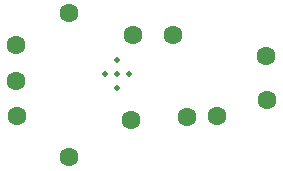
<source format=gbr>
%TF.GenerationSoftware,KiCad,Pcbnew,7.0.7*%
%TF.CreationDate,2023-12-24T20:56:03+03:00*%
%TF.ProjectId,Main_PCB_002,4d61696e-5f50-4434-925f-3030322e6b69,rev?*%
%TF.SameCoordinates,Original*%
%TF.FileFunction,Soldermask,Bot*%
%TF.FilePolarity,Negative*%
%FSLAX46Y46*%
G04 Gerber Fmt 4.6, Leading zero omitted, Abs format (unit mm)*
G04 Created by KiCad (PCBNEW 7.0.7) date 2023-12-24 20:56:03*
%MOMM*%
%LPD*%
G01*
G04 APERTURE LIST*
%ADD10C,1.600000*%
%ADD11C,0.499999*%
G04 APERTURE END LIST*
D10*
%TO.C,D8*%
X119800000Y-129500000D03*
%TD*%
%TO.C,D5*%
X119800000Y-117300000D03*
%TD*%
%TO.C,D1*%
X125200000Y-119100000D03*
%TD*%
%TO.C,D9*%
X129743200Y-126085600D03*
%TD*%
%TO.C,D18*%
X115366800Y-126000000D03*
%TD*%
%TO.C,D7*%
X132334000Y-125984000D03*
%TD*%
%TO.C,D19*%
X115316000Y-123000000D03*
%TD*%
%TO.C,D2*%
X136499600Y-120904000D03*
%TD*%
%TO.C,D6*%
X125000000Y-126339600D03*
%TD*%
D11*
%TO.C,U1*%
X124850401Y-122428000D03*
X123850400Y-123628000D03*
X123850400Y-122428000D03*
X123850400Y-121228000D03*
X122850399Y-122428000D03*
%TD*%
D10*
%TO.C,D17*%
X115316000Y-120000000D03*
%TD*%
%TO.C,D4*%
X128600000Y-119100000D03*
%TD*%
%TO.C,D3*%
X136550400Y-124663200D03*
%TD*%
M02*

</source>
